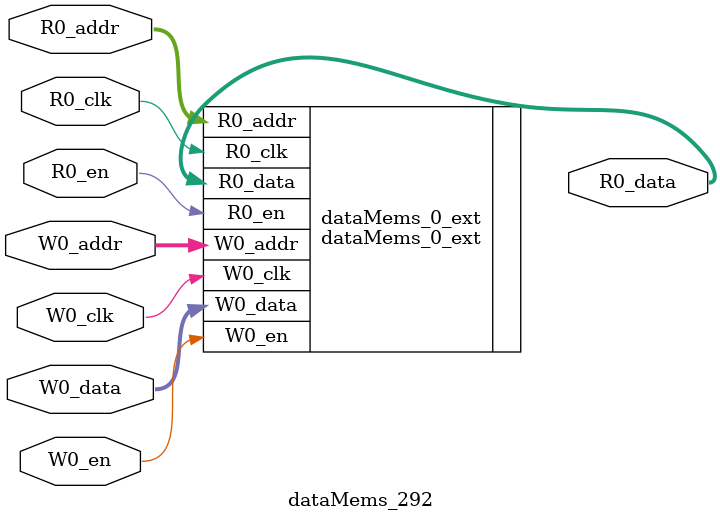
<source format=sv>
`ifndef RANDOMIZE
  `ifdef RANDOMIZE_REG_INIT
    `define RANDOMIZE
  `endif // RANDOMIZE_REG_INIT
`endif // not def RANDOMIZE
`ifndef RANDOMIZE
  `ifdef RANDOMIZE_MEM_INIT
    `define RANDOMIZE
  `endif // RANDOMIZE_MEM_INIT
`endif // not def RANDOMIZE

`ifndef RANDOM
  `define RANDOM $random
`endif // not def RANDOM

// Users can define 'PRINTF_COND' to add an extra gate to prints.
`ifndef PRINTF_COND_
  `ifdef PRINTF_COND
    `define PRINTF_COND_ (`PRINTF_COND)
  `else  // PRINTF_COND
    `define PRINTF_COND_ 1
  `endif // PRINTF_COND
`endif // not def PRINTF_COND_

// Users can define 'ASSERT_VERBOSE_COND' to add an extra gate to assert error printing.
`ifndef ASSERT_VERBOSE_COND_
  `ifdef ASSERT_VERBOSE_COND
    `define ASSERT_VERBOSE_COND_ (`ASSERT_VERBOSE_COND)
  `else  // ASSERT_VERBOSE_COND
    `define ASSERT_VERBOSE_COND_ 1
  `endif // ASSERT_VERBOSE_COND
`endif // not def ASSERT_VERBOSE_COND_

// Users can define 'STOP_COND' to add an extra gate to stop conditions.
`ifndef STOP_COND_
  `ifdef STOP_COND
    `define STOP_COND_ (`STOP_COND)
  `else  // STOP_COND
    `define STOP_COND_ 1
  `endif // STOP_COND
`endif // not def STOP_COND_

// Users can define INIT_RANDOM as general code that gets injected into the
// initializer block for modules with registers.
`ifndef INIT_RANDOM
  `define INIT_RANDOM
`endif // not def INIT_RANDOM

// If using random initialization, you can also define RANDOMIZE_DELAY to
// customize the delay used, otherwise 0.002 is used.
`ifndef RANDOMIZE_DELAY
  `define RANDOMIZE_DELAY 0.002
`endif // not def RANDOMIZE_DELAY

// Define INIT_RANDOM_PROLOG_ for use in our modules below.
`ifndef INIT_RANDOM_PROLOG_
  `ifdef RANDOMIZE
    `ifdef VERILATOR
      `define INIT_RANDOM_PROLOG_ `INIT_RANDOM
    `else  // VERILATOR
      `define INIT_RANDOM_PROLOG_ `INIT_RANDOM #`RANDOMIZE_DELAY begin end
    `endif // VERILATOR
  `else  // RANDOMIZE
    `define INIT_RANDOM_PROLOG_
  `endif // RANDOMIZE
`endif // not def INIT_RANDOM_PROLOG_

// Include register initializers in init blocks unless synthesis is set
`ifndef SYNTHESIS
  `ifndef ENABLE_INITIAL_REG_
    `define ENABLE_INITIAL_REG_
  `endif // not def ENABLE_INITIAL_REG_
`endif // not def SYNTHESIS

// Include rmemory initializers in init blocks unless synthesis is set
`ifndef SYNTHESIS
  `ifndef ENABLE_INITIAL_MEM_
    `define ENABLE_INITIAL_MEM_
  `endif // not def ENABLE_INITIAL_MEM_
`endif // not def SYNTHESIS

module dataMems_292(	// @[generators/ara/src/main/scala/UnsafeAXI4ToTL.scala:365:62]
  input  [4:0]  R0_addr,
  input         R0_en,
  input         R0_clk,
  output [66:0] R0_data,
  input  [4:0]  W0_addr,
  input         W0_en,
  input         W0_clk,
  input  [66:0] W0_data
);

  dataMems_0_ext dataMems_0_ext (	// @[generators/ara/src/main/scala/UnsafeAXI4ToTL.scala:365:62]
    .R0_addr (R0_addr),
    .R0_en   (R0_en),
    .R0_clk  (R0_clk),
    .R0_data (R0_data),
    .W0_addr (W0_addr),
    .W0_en   (W0_en),
    .W0_clk  (W0_clk),
    .W0_data (W0_data)
  );
endmodule


</source>
